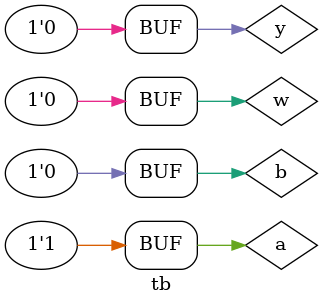
<source format=v>
module tb;
reg a=1;
reg b=0;

reg w;
wire y;

assign y= a&b;

always@(a,b)
begin
w=a&b;
end

endmodule


</source>
